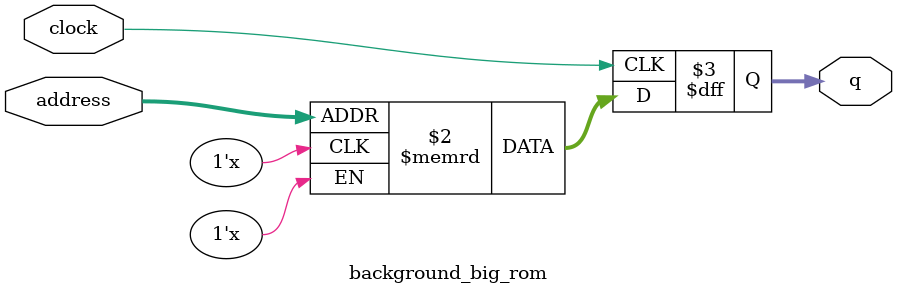
<source format=sv>
module background_big_rom (
	input logic clock,
	input logic [21:0] address,
	output logic [3:0] q
);

logic [3:0] memory [0:3983183] /* synthesis ram_init_file = "./background_big/background_big.COE" */;

always_ff @ (posedge clock) begin
	q <= memory[address];
end

endmodule

</source>
